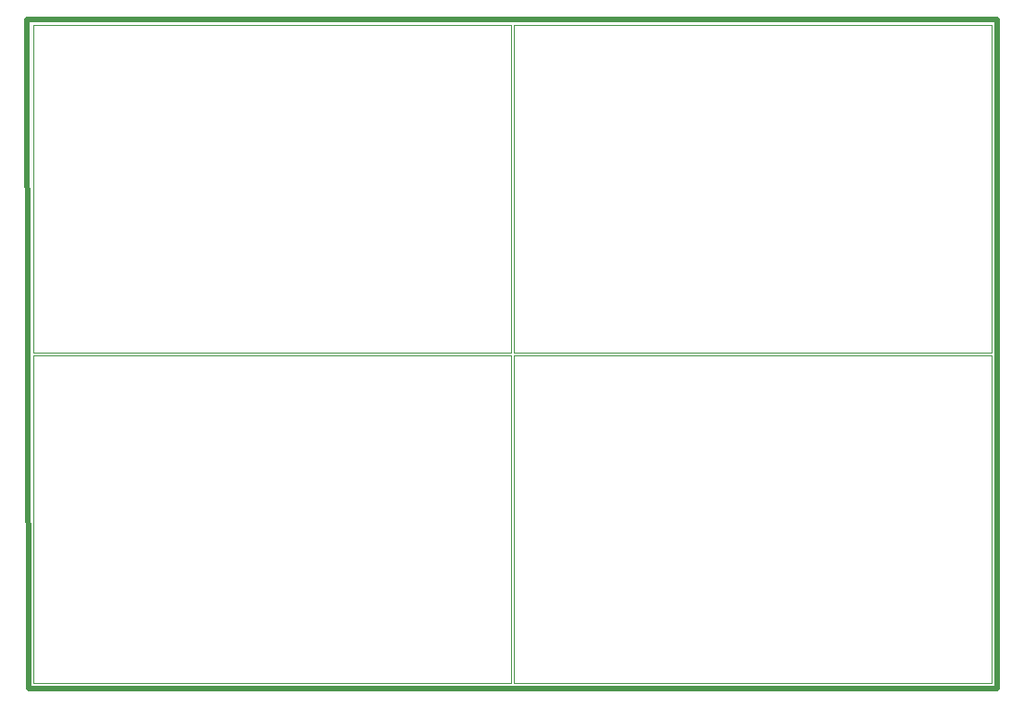
<source format=gko>
G04*
G04 #@! TF.GenerationSoftware,Altium Limited,Altium Designer,18.1.9 (240)*
G04*
G04 Layer_Color=16711935*
%FSLAX25Y25*%
%MOIN*%
G70*
G01*
G75*
%ADD23C,0.01968*%
%ADD24C,0.00394*%
D23*
X226200Y198000D02*
X575000D01*
X575000Y439000D02*
X575000Y198000D01*
X225746Y439000D02*
X575000D01*
X225746D02*
X226200Y198000D01*
D24*
X227850Y199850D02*
Y317850D01*
X399850D01*
Y199850D02*
Y317850D01*
X227850Y199850D02*
X399850D01*
X400835D02*
Y317850D01*
X572835D01*
Y199850D02*
Y317850D01*
X400835Y199850D02*
X572835D01*
X227850Y318835D02*
Y436835D01*
X399850D01*
Y318835D02*
Y436835D01*
X227850Y318835D02*
X399850D01*
X400835D02*
Y436835D01*
X572835D01*
Y318835D02*
Y436835D01*
X400835Y318835D02*
X572835D01*
M02*

</source>
